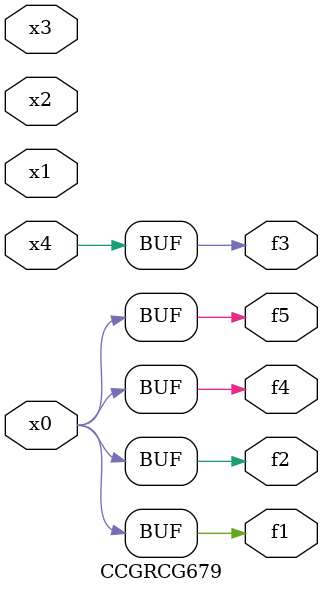
<source format=v>
module CCGRCG679(
	input x0, x1, x2, x3, x4,
	output f1, f2, f3, f4, f5
);
	assign f1 = x0;
	assign f2 = x0;
	assign f3 = x4;
	assign f4 = x0;
	assign f5 = x0;
endmodule

</source>
